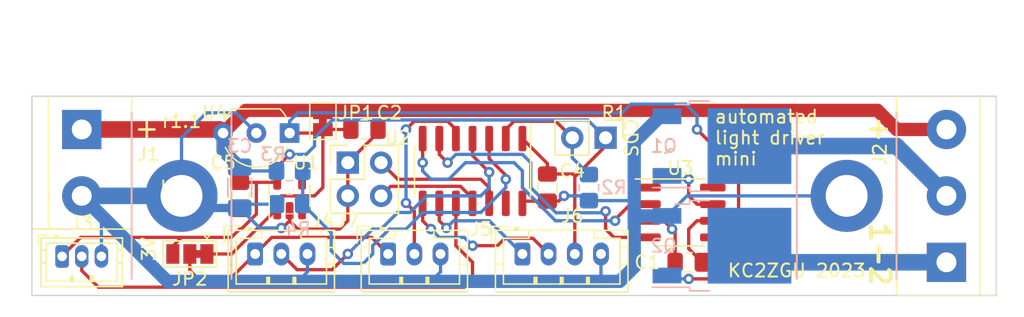
<source format=kicad_pcb>
(kicad_pcb (version 20221018) (generator pcbnew)
  (layers (0 "F.Cu" signal) (31 "B.Cu" signal) (34 "B.Paste" user) (35 "F.Paste" user) (36 "B.SilkS" user "B.Silkscreen") (37 "F.SilkS" user "F.Silkscreen") (38 "B.Mask" user) (39 "F.Mask" user) (44 "Edge.Cuts" user))
  (net 0 "")
  (net 1 "+5V")
  (net 2 "GND")
  (net 3 "+BATT")
  (net 4 "+3.3V")
  (net 5 "Net-(J2-Pin_1)")
  (net 6 "UPDI")
  (net 7 "Net-(J2-Pin_2)")
  (net 8 "Net-(J4-Pin_1)")
  (net 9 "Net-(J4-Pin_2)")
  (net 10 "Net-(J5-Pin_2)")
  (net 11 "PWM2")
  (net 12 "PWM1")
  (net 13 "Net-(Q1-G)")
  (net 14 "Net-(Q2-G)")
  (net 15 "CDS")
  (net 16 "SCL")
  (net 17 "SDA")
  (net 18 "IO1")
  (net 19 "IO0")
  (net 20 "Net-(U2-PA5)")
  (footprint "Capacitor_SMD:C_0805_2012Metric_Pad1.18x1.45mm_HandSolder" (layer "F.Cu") (at 116.845 57.785 -90)
    (fp_text reference "C4" (at -1.27 -1.9 180) (layer "F.SilkS"))
    (fp_text value "C")
    (pad "1" smd roundrect (at -1.0375 0 270) (size 1.175 1.45) (layers "F.Cu" "F.Paste" "F.Mask") (roundrect_rratio 0.2127659574) (net 4 "+3.3V"))
    (pad "2" smd roundrect (at 1.0375 0 270) (size 1.175 1.45) (layers "F.Cu" "F.Paste" "F.Mask") (roundrect_rratio 0.2127659574) (net 2 "GND"))
  )
  (footprint "Package_TO_SOT_THT:TO-92_Inline_Wide" (layer "F.Cu") (at 97.155 53.615 180)
    (fp_text reference "U4" (at 5.715 1.545 180) (layer "F.SilkS"))
    (fp_text value "L78L05_TO92")
    (pad "1" thru_hole rect (at 0 0 180) (size 1.5 1.5) (drill 0.8) (layers "*.Cu" "*.Mask") (net 1 "+5V"))
    (pad "2" thru_hole circle (at 2.54 0 180) (size 1.5 1.5) (drill 0.8) (layers "*.Cu" "*.Mask") (net 2 "GND"))
    (pad "3" thru_hole circle (at 5.08 0 180) (size 1.5 1.5) (drill 0.8) (layers "*.Cu" "*.Mask") (net 3 "+BATT"))
  )
  (footprint "Connector_JST:JST_PH_B3B-PH-K_1x03_P2.00mm_Vertical" (layer "F.Cu") (at 104.68 62.865)
    (fp_text reference "J5" (at 7.08 -1.905) (layer "F.SilkS"))
    (fp_text value "Conn_01x03_Male")
    (pad "1" thru_hole roundrect (at 0 0) (size 1.2 1.75) (drill 0.75) (layers "*.Cu" "*.Mask") (roundrect_rratio 0.2083333333) (net 8 "Net-(J4-Pin_1)"))
    (pad "2" thru_hole oval (at 2 0) (size 1.2 1.75) (drill 0.75) (layers "*.Cu" "*.Mask") (net 10 "Net-(J5-Pin_2)"))
    (pad "3" thru_hole oval (at 4 0) (size 1.2 1.75) (drill 0.75) (layers "*.Cu" "*.Mask") (net 2 "GND"))
  )
  (footprint "Jumper:SolderJumper-3_P1.3mm_Bridged12_Pad1.0x1.5mm" (layer "F.Cu") (at 89.535 62.865 180)
    (fp_text reference "JP2" (at 0 -1.905) (layer "F.SilkS"))
    (fp_text value "SolderJumper_3_Bridged12")
    (fp_poly (pts (xy -0.9 -0.3) (xy -0.4 -0.3) (xy -0.4 0.3) (xy -0.9 0.3)) (fill solid) (layer "F.Cu"))
    (pad "1" smd rect (at -1.3 0 180) (size 1 1.5) (layers "F.Cu" "F.Mask") (net 1 "+5V"))
    (pad "2" smd rect (at 0 0 180) (size 1 1.5) (layers "F.Cu" "F.Mask") (net 8 "Net-(J4-Pin_1)"))
    (pad "3" smd rect (at 1.3 0 180) (size 1 1.5) (layers "F.Cu" "F.Mask") (net 4 "+3.3V"))
  )
  (footprint "MountingHole:MountingHole_3.2mm_M3_ISO14580_Pad" (layer "F.Cu") (at 139.7 58.42)
    (fp_text reference "H1" (at 0 0) (layer "F.SilkS"))
    (fp_text value "MountingHole_Pad")
    (pad "1" thru_hole circle (at 0 0) (size 5.5 5.5) (drill 3.2) (layers "*.Cu" "*.Mask") (net 2 "GND"))
  )
  (footprint "Capacitor_SMD:C_0805_2012Metric_Pad1.18x1.45mm_HandSolder" (layer "F.Cu") (at 102.87 53.34)
    (fp_text reference "C2" (at 1.905 -1.27) (layer "F.SilkS"))
    (fp_text value "C")
    (pad "1" smd roundrect (at -1.0375 0) (size 1.175 1.45) (layers "F.Cu" "F.Paste" "F.Mask") (roundrect_rratio 0.2127659574) (net 1 "+5V"))
    (pad "2" smd roundrect (at 1.0375 0) (size 1.175 1.45) (layers "F.Cu" "F.Paste" "F.Mask") (roundrect_rratio 0.2127659574) (net 2 "GND"))
  )
  (footprint "TerminalBlock:TerminalBlock_bornier-3_P5.08mm" (layer "F.Cu") (at 147.32 63.5 90)
    (fp_text reference "J2" (at 8.255 -5.08 90) (layer "F.SilkS"))
    (fp_text value "Conn_01x03_Male")
    (pad "1" thru_hole rect (at 0 0 90) (size 3 3) (drill 1.52) (layers "*.Cu" "*.Mask") (net 5 "Net-(J2-Pin_1)"))
    (pad "2" thru_hole circle (at 5.08 0 90) (size 3 3) (drill 1.52) (layers "*.Cu" "*.Mask") (net 7 "Net-(J2-Pin_2)"))
    (pad "3" thru_hole circle (at 10.16 0 90) (size 3 3) (drill 1.52) (layers "*.Cu" "*.Mask") (net 3 "+BATT"))
  )
  (footprint "Package_TO_SOT_SMD:TSOT-23-5" (layer "F.Cu") (at 97.155 58.42 90)
    (fp_text reference "U1" (at 2.54 1.27 180) (layer "F.SilkS"))
    (fp_text value "ADP7142AUJZ-3.3")
    (pad "1" smd roundrect (at -1.1375 -0.95 90) (size 1.325 0.6) (layers "F.Cu" "F.Paste" "F.Mask") (net 1 "+5V"))
    (pad "2" smd roundrect (at -1.1375 0 90) (size 1.325 0.6) (layers "F.Cu" "F.Paste" "F.Mask") (net 2 "GND"))
    (pad "3" smd roundrect (at -1.1375 0.95 90) (size 1.325 0.6) (layers "F.Cu" "F.Paste" "F.Mask") (net 1 "+5V"))
    (pad "4" smd roundrect (at 1.1375 0.95 90) (size 1.325 0.6) (layers "F.Cu" "F.Paste" "F.Mask"))
    (pad "5" smd roundrect (at 1.1375 -0.95 90) (size 1.325 0.6) (layers "F.Cu" "F.Paste" "F.Mask") (net 4 "+3.3V"))
  )
  (footprint "TerminalBlock:TerminalBlock_bornier-2_P5.08mm" (layer "F.Cu") (at 81.28 53.34 -90)
    (fp_text reference "J1" (at 1.905 -5.08) (layer "F.SilkS"))
    (fp_text value "Conn_01x02_Male")
    (pad "1" thru_hole rect (at 0 0 270) (size 3 3) (drill 1.52) (layers "*.Cu" "*.Mask") (net 3 "+BATT"))
    (pad "2" thru_hole circle (at 5.08 0 270) (size 3 3) (drill 1.52) (layers "*.Cu" "*.Mask") (net 2 "GND"))
  )
  (footprint "footprints:JST_ZH_B3B-ZR_1x03_P1.50mm_Vertical" (layer "F.Cu") (at 79.78 63.05)
    (fp_text reference "J3" (at 1.5 -2.5) (layer "F.SilkS"))
    (fp_text value "Conn_01x03_Pin")
    (pad "1" thru_hole roundrect (at 0 0) (size 1.03 1.73) (drill 0.73) (layers "*.Cu" "*.Mask") (roundrect_rratio 0.242718) (net 4 "+3.3V"))
    (pad "2" thru_hole oval (at 1.5 0) (size 1.03 1.73) (drill 0.73) (layers "*.Cu" "*.Mask") (net 6 "UPDI"))
    (pad "3" thru_hole oval (at 3 0) (size 1.03 1.73) (drill 0.73) (layers "*.Cu" "*.Mask") (net 2 "GND"))
  )
  (footprint "Connector_JST:JST_PH_B4B-PH-K_1x04_P2.00mm_Vertical" (layer "F.Cu") (at 114.935 62.865)
    (fp_text reference "J6" (at 3.81 -2.9) (layer "F.SilkS"))
    (fp_text value "Conn_01x04_Male")
    (pad "1" thru_hole roundrect (at 0 0) (size 1.2 1.75) (drill 0.75) (layers "*.Cu" "*.Mask") (roundrect_rratio 0.2083333333) (net 16 "SCL"))
    (pad "2" thru_hole oval (at 2 0) (size 1.2 1.75) (drill 0.75) (layers "*.Cu" "*.Mask") (net 17 "SDA"))
    (pad "3" thru_hole oval (at 4 0) (size 1.2 1.75) (drill 0.75) (layers "*.Cu" "*.Mask") (net 4 "+3.3V"))
    (pad "4" thru_hole oval (at 6 0) (size 1.2 1.75) (drill 0.75) (layers "*.Cu" "*.Mask") (net 2 "GND"))
  )
  (footprint "Connector_JST:JST_PH_B3B-PH-K_1x03_P2.00mm_Vertical" (layer "F.Cu") (at 94.52 62.865)
    (fp_text reference "J4" (at 5.175 -2.54) (layer "F.SilkS"))
    (fp_text value "Conn_01x03_Male")
    (pad "1" thru_hole roundrect (at 0 0) (size 1.2 1.75) (drill 0.75) (layers "*.Cu" "*.Mask") (roundrect_rratio 0.2083333333) (net 8 "Net-(J4-Pin_1)"))
    (pad "2" thru_hole oval (at 2 0) (size 1.2 1.75) (drill 0.75) (layers "*.Cu" "*.Mask") (net 9 "Net-(J4-Pin_2)"))
    (pad "3" thru_hole oval (at 4 0) (size 1.2 1.75) (drill 0.75) (layers "*.Cu" "*.Mask") (net 2 "GND"))
  )
  (footprint "MountingHole:MountingHole_3.2mm_M3_ISO14580_Pad" (layer "F.Cu") (at 88.9 58.42)
    (fp_text reference "H2" (at -0.635 -0.635) (layer "F.SilkS"))
    (fp_text value "MountingHole_Pad")
    (pad "1" thru_hole circle (at 0 0) (size 5.5 5.5) (drill 3.2) (layers "*.Cu" "*.Mask") (net 2 "GND"))
  )
  (footprint "Package_SO:SOIC-14_3.9x8.7mm_P1.27mm" (layer "F.Cu") (at 111.125 56.515 -90)
    (fp_text reference "U2" (at -2.54 5.715 180) (layer "F.SilkS"))
    (fp_text value "ATtiny804-SS")
    (pad "1" smd roundrect (at -2.475 -3.81 270) (size 1.95 0.6) (layers "F.Cu" "F.Paste" "F.Mask") (net 4 "+3.3V"))
    (pad "2" smd roundrect (at -2.475 -2.54 270) (size 1.95 0.6) (layers "F.Cu" "F.Paste" "F.Mask") (net 15 "CDS"))
    (pad "3" smd roundrect (at -2.475 -1.27 270) (size 1.95 0.6) (layers "F.Cu" "F.Paste" "F.Mask") (net 20 "Net-(U2-PA5)"))
    (pad "4" smd roundrect (at -2.475 0 270) (size 1.95 0.6) (layers "F.Cu" "F.Paste" "F.Mask") (net 9 "Net-(J4-Pin_2)"))
    (pad "5" smd roundrect (at -2.475 1.27 270) (size 1.95 0.6) (layers "F.Cu" "F.Paste" "F.Mask") (net 10 "Net-(J5-Pin_2)"))
    (pad "6" smd roundrect (at -2.475 2.54 270) (size 1.95 0.6) (layers "F.Cu" "F.Paste" "F.Mask") (net 11 "PWM2"))
    (pad "7" smd roundrect (at -2.475 3.81 270) (size 1.95 0.6) (layers "F.Cu" "F.Paste" "F.Mask") (net 12 "PWM1"))
    (pad "8" smd roundrect (at 2.475 3.81 270) (size 1.95 0.6) (layers "F.Cu" "F.Paste" "F.Mask") (net 17 "SDA"))
    (pad "9" smd roundrect (at 2.475 2.54 270) (size 1.95 0.6) (layers "F.Cu" "F.Paste" "F.Mask") (net 16 "SCL"))
    (pad "10" smd roundrect (at 2.475 1.27 270) (size 1.95 0.6) (layers "F.Cu" "F.Paste" "F.Mask") (net 6 "UPDI"))
    (pad "11" smd roundrect (at 2.475 0 270) (size 1.95 0.6) (layers "F.Cu" "F.Paste" "F.Mask") (net 19 "IO0"))
    (pad "12" smd roundrect (at 2.475 -1.27 270) (size 1.95 0.6) (layers "F.Cu" "F.Paste" "F.Mask") (net 18 "IO1"))
    (pad "13" smd roundrect (at 2.475 -2.54 270) (size 1.95 0.6) (layers "F.Cu" "F.Paste" "F.Mask"))
    (pad "14" smd roundrect (at 2.475 -3.81 270) (size 1.95 0.6) (layers "F.Cu" "F.Paste" "F.Mask") (net 2 "GND"))
  )
  (footprint "Package_SO:SOIC-8_3.9x4.9mm_P1.27mm" (layer "F.Cu") (at 127 59.69)
    (fp_text reference "U3" (at 0 -3.4) (layer "F.SilkS"))
    (fp_text value "MIC4427")
    (pad "1" smd roundrect (at -2.475 -1.905) (size 1.95 0.6) (layers "F.Cu" "F.Paste" "F.Mask"))
    (pad "2" smd roundrect (at -2.475 -0.635) (size 1.95 0.6) (layers "F.Cu" "F.Paste" "F.Mask") (net 12 "PWM1"))
    (pad "3" smd roundrect (at -2.475 0.635) (size 1.95 0.6) (layers "F.Cu" "F.Paste" "F.Mask") (net 2 "GND"))
    (pad "4" smd roundrect (at -2.475 1.905) (size 1.95 0.6) (layers "F.Cu" "F.Paste" "F.Mask") (net 11 "PWM2"))
    (pad "5" smd roundrect (at 2.475 1.905) (size 1.95 0.6) (layers "F.Cu" "F.Paste" "F.Mask") (net 14 "Net-(Q2-G)"))
    (pad "6" smd roundrect (at 2.475 0.635) (size 1.95 0.6) (layers "F.Cu" "F.Paste" "F.Mask") (net 1 "+5V"))
    (pad "7" smd roundrect (at 2.475 -0.635) (size 1.95 0.6) (layers "F.Cu" "F.Paste" "F.Mask") (net 13 "Net-(Q1-G)"))
    (pad "8" smd roundrect (at 2.475 -1.905) (size 1.95 0.6) (layers "F.Cu" "F.Paste" "F.Mask"))
  )
  (footprint "Capacitor_SMD:C_0805_2012Metric_Pad1.18x1.45mm_HandSolder" (layer "F.Cu") (at 93.345 58.42 -90)
    (fp_text reference "C5" (at -2.54 1.27 -180) (layer "F.SilkS"))
    (fp_text value "C")
    (pad "1" smd roundrect (at -1.0375 0 270) (size 1.175 1.45) (layers "F.Cu" "F.Paste" "F.Mask") (roundrect_rratio 0.212766) (net 4 "+3.3V"))
    (pad "2" smd roundrect (at 1.0375 0 270) (size 1.175 1.45) (layers "F.Cu" "F.Paste" "F.Mask") (roundrect_rratio 0.212766) (net 2 "GND"))
  )
  (footprint "Capacitor_SMD:C_0805_2012Metric_Pad1.18x1.45mm_HandSolder" (layer "F.Cu") (at 127.635 63.5 180)
    (fp_text reference "C1" (at 3.175 0) (layer "F.SilkS"))
    (fp_text value "C")
    (pad "1" smd roundrect (at -1.0375 0 180) (size 1.175 1.45) (layers "F.Cu" "F.Paste" "F.Mask") (roundrect_rratio 0.2127659574) (net 1 "+5V"))
    (pad "2" smd roundrect (at 1.0375 0 180) (size 1.175 1.45) (layers "F.Cu" "F.Paste" "F.Mask") (roundrect_rratio 0.2127659574) (net 2 "GND"))
  )
  (footprint "Connector_PinHeader_2.54mm:PinHeader_1x02_P2.54mm_Vertical" (layer "F.Cu") (at 121.285 53.975 -90)
    (fp_text reference "R1" (at -1.905 -0.665 180) (layer "F.SilkS"))
    (fp_text value "R_Photo")
    (pad "1" thru_hole rect (at 0 0 270) (size 1.7 1.7) (drill 1) (layers "*.Cu" "*.Mask") (net 4 "+3.3V"))
    (pad "2" thru_hole oval (at 0 2.54 270) (size 1.7 1.7) (drill 1) (layers "*.Cu" "*.Mask") (net 15 "CDS"))
  )
  (footprint "Jumper:SolderJumper-2_P1.3mm_Bridged_Pad1.0x1.5mm" (layer "F.Cu") (at 99.695 52.705 -90)
    (fp_text reference "JP1" (at -0.635 -2.54 -180) (layer "F.SilkS"))
    (fp_text value "SolderJumper_2_Bridged")
    (fp_poly (pts (xy -0.25 -0.3) (xy 0.25 -0.3) (xy 0.25 0.3) (xy -0.25 0.3)) (fill solid) (layer "F.Cu"))
    (pad "1" smd rect (at -0.65 0 270) (size 1 1.5) (layers "F.Cu" "F.Mask") (net 3 "+BATT"))
    (pad "2" smd rect (at 0.65 0 270) (size 1 1.5) (layers "F.Cu" "F.Mask") (net 1 "+5V"))
  )
  (footprint "Connector_PinHeader_2.54mm:PinHeader_2x02_P2.54mm_Vertical" (layer "F.Cu") (at 101.6 55.88)
    (fp_text reference "J7" (at 0 4.445) (layer "F.SilkS"))
    (fp_text value "Conn_01x04_Male")
    (pad "1" thru_hole rect (at 0 0) (size 1.7 1.7) (drill 1) (layers "*.Cu" "*.Mask") (net 2 "GND"))
    (pad "2" thru_hole oval (at 2.54 0) (size 1.7 1.7) (drill 1) (layers "*.Cu" "*.Mask") (net 18 "IO1"))
    (pad "3" thru_hole oval (at 0 2.54) (size 1.7 1.7) (drill 1) (layers "*.Cu" "*.Mask") (net 2 "GND"))
    (pad "4" thru_hole oval (at 2.54 2.54) (size 1.7 1.7) (drill 1) (layers "*.Cu" "*.Mask") (net 19 "IO0"))
  )
  (footprint "Package_TO_SOT_SMD:TO-252-2" (layer "B.Cu") (at 130.175 62.23)
    (fp_text reference "Q2" (at -4.445 0) (layer "B.SilkS") (effects (justify mirror)))
    (fp_text value "Q_NMOS_GDS")
    (pad "1" smd rect (at -4.2 2.28) (size 2.2 1.2) (layers "B.Cu" "B.Paste" "B.Mask") (net 14 "Net-(Q2-G)"))
    (pad "2" smd rect (at 2.1 0) (size 6.4 5.8) (layers "B.Cu" "B.Mask") (net 5 "Net-(J2-Pin_1)"))
    (pad "3" smd rect (at -4.2 -2.28) (size 2.2 1.2) (layers "B.Cu" "B.Paste" "B.Mask") (net 2 "GND"))
  )
  (footprint "Resistor_SMD:R_0805_2012Metric_Pad1.20x1.40mm_HandSolder" (layer "B.Cu") (at 97.155 56.515)
    (fp_text reference "R3" (at -1.27 -1.27) (layer "B.SilkS") (effects (justify mirror)))
    (fp_text value "R_US")
    (pad "1" smd roundrect (at -1 0) (size 1.2 1.4) (layers "B.Cu" "B.Paste" "B.Mask") (roundrect_rratio 0.2083333333) (net 3 "+BATT"))
    (pad "2" smd roundrect (at 1 0) (size 1.2 1.4) (layers "B.Cu" "B.Paste" "B.Mask") (roundrect_rratio 0.2083333333) (net 20 "Net-(U2-PA5)"))
  )
  (footprint "Resistor_SMD:R_0805_2012Metric_Pad1.20x1.40mm_HandSolder" (layer "B.Cu") (at 97.155 59.055 180)
    (fp_text reference "R4" (at -0.635 -1.905) (layer "B.SilkS") (effects (justify mirror)))
    (fp_text value "R_US")
    (pad "1" smd roundrect (at -1 0 180) (size 1.2 1.4) (layers "B.Cu" "B.Paste" "B.Mask") (roundrect_rratio 0.2083333333) (net 20 "Net-(U2-PA5)"))
    (pad "2" smd roundrect (at 1 0 180) (size 1.2 1.4) (layers "B.Cu" "B.Paste" "B.Mask") (roundrect_rratio 0.2083333333) (net 2 "GND"))
  )
  (footprint "Package_TO_SOT_SMD:TO-252-2" (layer "B.Cu") (at 130.175 54.61)
    (fp_text reference "Q1" (at -4.445 0) (layer "B.SilkS") (effects (justify mirror)))
    (fp_text value "Q_NMOS_GDS")
    (pad "1" smd rect (at -4.2 2.28) (size 2.2 1.2) (layers "B.Cu" "B.Paste" "B.Mask") (net 13 "Net-(Q1-G)"))
    (pad "2" smd rect (at 2.1 0) (size 6.4 5.8) (layers "B.Cu" "B.Mask") (net 7 "Net-(J2-Pin_2)"))
    (pad "3" smd rect (at -4.2 -2.28) (size 2.2 1.2) (layers "B.Cu" "B.Paste" "B.Mask") (net 2 "GND"))
  )
  (footprint "Resistor_SMD:R_0805_2012Metric_Pad1.20x1.40mm_HandSolder" (layer "B.Cu") (at 120.015 57.785 -90)
    (fp_text reference "R2" (at 0 -1.905 180) (layer "B.SilkS") (effects (justify mirror)))
    (fp_text value "R_US")
    (pad "1" smd roundrect (at -1 0 270) (size 1.2 1.4) (layers "B.Cu" "B.Paste" "B.Mask") (roundrect_rratio 0.2083333333) (net 15 "CDS"))
    (pad "2" smd roundrect (at 1 0 270) (size 1.2 1.4) (layers "B.Cu" "B.Paste" "B.Mask") (roundrect_rratio 0.2083333333) (net 2 "GND"))
  )
  (footprint "Capacitor_SMD:C_1206_3216Metric_Pad1.33x1.80mm_HandSolder" (layer "B.Cu") (at 93.345 57.785 -90)
    (fp_text reference "C3" (at -3.175 0) (layer "B.SilkS") (effects (justify mirror)))
    (fp_text value "C")
    (pad "1" smd roundrect (at -1.5625 0 270) (size 1.325 1.8) (layers "B.Cu" "B.Paste" "B.Mask") (roundrect_rratio 0.1886792453) (net 3 "+BATT"))
    (pad "2" smd roundrect (at 1.5625 0 270) (size 1.325 1.8) (layers "B.Cu" "B.Paste" "B.Mask") (roundrect_rratio 0.1886792453) (net 2 "GND"))
  )
  (gr_line (start 135.89 52.07) (end 135.89 64.77) (stroke (width 0.15)) (layer "B.SilkS"))
  (gr_line (start 92.71 52.07) (end 92.71 64.77) (stroke (width 0.15)) (layer "B.SilkS"))
  (gr_line (start 85.09 52.07) (end 85.09 64.77) (stroke (width 0.15)) (layer "B.SilkS"))
  (gr_line (start 143.51 52.07) (end 143.51 64.77) (stroke (width 0.15)) (layer "B.SilkS"))
  (gr_rect (start 77.475 50.8) (end 151.135 66.04) (stroke (width 0.1)) (fill none) (layer "Edge.Cuts"))
  (gr_text "CDS" (at 123.19 53.975 270) (layer "F.SilkS") (effects (font (size 1 1))))
  (gr_text "3V" (at 86.995 63.5 90) (layer "F.SilkS") (effects (font (size 1 1)) (justify left bottom)))
  (gr_text "KC2ZGU 2023" (at 135.89 64.135) (layer "F.SilkS") (effects (font (size 1 1))))
  (gr_text "+" (at 142.24 53.34 270) (layer "F.SilkS") (effects (font (size 1.524 1.524) (thickness 0.3048) bold)))
  (gr_text "automated\nlight driver\nmini" (at 129.54 53.975) (layer "F.SilkS") (effects (font (size 1 1)) (justify left)))
  (gr_text "1-2" (at 142.24 62.865 270) (layer "F.SilkS") (effects (font (size 1.524 1.524) (thickness 0.3048) bold)))
  (gr_text "r1.1" (at 88.9 52.705) (layer "F.SilkS") (effects (font (size 1 1))))
  (gr_text "+" (at 86.36 53.34 270) (layer "F.SilkS") (effects (font (size 1.524 1.524) (thickness 0.2) bold)))
  (segment (start 92.731827 62.865) (end 96.039327 59.5575) (width 0.25) (layer "F.Cu") (net 1))
  (segment (start 101.8325 53.34) (end 99.71 53.34) (width 0.25) (layer "F.Cu") (net 1))
  (segment (start 97.155 53.615) (end 99.435 53.615) (width 0.25) (layer "F.Cu") (net 1))
  (segment (start 129.475 60.325) (end 130.81 60.325) (width 0.254) (layer "F.Cu") (net 1))
  (segment (start 99.695 57.785) (end 99.06 58.42) (width 0.25) (layer "F.Cu") (net 1))
  (segment (start 127.635 62.4625) (end 127.635 60.96) (width 0.254) (layer "F.Cu") (net 1))
  (segment (start 98.105 59.5575) (end 98.105 58.74) (width 0.25) (layer "F.Cu") (net 1))
  (segment (start 99.435 53.615) (end 99.695 53.355) (width 0.25) (layer "F.Cu") (net 1))
  (segment (start 129.475 60.325) (end 130.175 60.325) (width 0.254) (layer "F.Cu") (net 1))
  (segment (start 96.039327 59.5575) (end 96.205 59.5575) (width 0.25) (layer "F.Cu") (net 1))
  (segment (start 131.445 59.69) (end 131.445 56.515) (width 0.254) (layer "F.Cu") (net 1))
  (segment (start 96.205 59.5575) (end 96.205 58.735) (width 0.25) (layer "F.Cu") (net 1))
  (segment (start 96.205 58.735) (end 96.52 58.42) (width 0.25) (layer "F.Cu") (net 1))
  (segment (start 131.445 56.515) (end 128.27 53.34) (width 0.254) (layer "F.Cu") (net 1))
  (segment (start 99.71 53.34) (end 99.695 53.355) (width 0.25) (layer "F.Cu") (net 1))
  (segment (start 128.27 60.325) (end 129.475 60.325) (width 0.254) (layer "F.Cu") (net 1))
  (segment (start 98.105 58.74) (end 98.425 58.42) (width 0.25) (layer "F.Cu") (net 1))
  (segment (start 90.835 62.865) (end 92.731827 62.865) (width 0.25) (layer "F.Cu") (net 1))
  (segment (start 98.425 58.42) (end 99.06 58.42) (width 0.25) (layer "F.Cu") (net 1))
  (segment (start 127.635 60.96) (end 128.27 60.325) (width 0.254) (layer "F.Cu") (net 1))
  (segment (start 130.81 60.325) (end 131.445 59.69) (width 0.254) (layer "F.Cu") (net 1))
  (segment (start 99.695 53.355) (end 99.695 57.785) (width 0.25) (layer "F.Cu") (net 1))
  (segment (start 128.6725 63.5) (end 127.635 62.4625) (width 0.254) (layer "F.Cu") (net 1))
  (segment (start 96.52 58.42) (end 98.425 58.42) (width 0.25) (layer "F.Cu") (net 1))
  (via (at 128.27 53.34) (size 0.8) (drill 0.4) (layers "F.Cu" "B.Cu") (net 1))
  (segment (start 128.27 53.34) (end 128.27 52.271) (width 0.254) (layer "B.Cu") (net 1))
  (segment (start 97.79 52.07) (end 122.555 52.07) (width 0.25) (layer "B.Cu") (net 1))
  (segment (start 128.27 52.271) (end 127.402 51.403) (width 0.254) (layer "B.Cu") (net 1))
  (segment (start 97.155 52.705) (end 97.79 52.07) (width 0.25) (layer "B.Cu") (net 1))
  (segment (start 123.222 51.403) (end 127.402 51.403) (width 0.25) (layer "B.Cu") (net 1))
  (segment (start 97.155 53.615) (end 97.155 52.705) (width 0.25) (layer "B.Cu") (net 1))
  (segment (start 122.555 52.07) (end 123.222 51.403) (width 0.25) (layer "B.Cu") (net 1))
  (segment (start 97.155 59.5575) (end 97.155 60.325) (width 0.25) (layer "F.Cu") (net 2))
  (segment (start 115.1025 58.8225) (end 114.935 58.99) (width 0.254) (layer "F.Cu") (net 2))
  (segment (start 103.9075 53.34) (end 103.9075 53.5725) (width 0.25) (layer "F.Cu") (net 2))
  (segment (start 97.155 60.325) (end 97.79 60.96) (width 0.25) (layer "F.Cu") (net 2))
  (segment (start 117.7075 58.8225) (end 118.11 58.42) (width 0.254) (layer "F.Cu") (net 2))
  (segment (start 116.845 58.8225) (end 115.1025 58.8225) (width 0.254) (layer "F.Cu") (net 2))
  (segment (start 126.5975 61.1925) (end 126.365 60.96) (width 0.254) (layer "F.Cu") (net 2))
  (segment (start 97.79 60.96) (end 100.965 60.96) (width 0.25) (layer "F.Cu") (net 2))
  (segment (start 126.5975 63.5) (end 126.5975 61.1925) (width 0.254) (layer "F.Cu") (net 2))
  (segment (start 103.9075 53.5725) (end 101.6 55.88) (width 0.25) (layer "F.Cu") (net 2))
  (segment (start 89.9375 59.4575) (end 88.9 58.42) (width 0.25) (layer "F.Cu") (net 2))
  (segment (start 101.6 60.325) (end 101.6 58.42) (width 0.25) (layer "F.Cu") (net 2))
  (segment (start 125.73 60.325) (end 126.365 60.96) (width 0.254) (layer "F.Cu") (net 2))
  (segment (start 124.525 60.325) (end 125.73 60.325) (width 0.254) (layer "F.Cu") (net 2))
  (segment (start 96.6095 60.8705) (end 96.52 60.8705) (width 0.25) (layer "F.Cu") (net 2))
  (segment (start 93.345 59.4575) (end 89.9375 59.4575) (width 0.25) (layer "F.Cu") (net 2))
  (segment (start 116.845 58.8225) (end 117.7075 58.8225) (width 0.254) (layer "F.Cu") (net 2))
  (segment (start 100.965 60.96) (end 101.6 60.325) (width 0.25) (layer "F.Cu") (net 2))
  (segment (start 97.155 60.325) (end 96.6095 60.8705) (width 0.25) (layer "F.Cu") (net 2))
  (segment (start 101.6 58.42) (end 101.6 55.88) (width 0.25) (layer "F.Cu") (net 2))
  (via (at 118.11 58.42) (size 0.8) (drill 0.4) (layers "F.Cu" "B.Cu") (net 2))
  (via (at 126.365 60.96) (size 0.8) (drill 0.4) (layers "F.Cu" "B.Cu") (net 2))
  (via (at 96.52 60.8705) (size 0.8) (drill 0.4) (layers "F.Cu" "B.Cu") (net 2))
  (segment (start 88.9 58.42) (end 81.28 58.42) (width 1.27) (layer "B.Cu") (net 2))
  (segment (start 98.52 62.865) (end 98.52 64.2305) (width 0.25) (layer "B.Cu") (net 2))
  (segment (start 123.4725 63.8525) (end 122.3645 64.9605) (width 1.016) (layer "B.Cu") (net 2))
  (segment (start 123.8475 59.95) (end 125.975 59.95) (width 1.016) (layer "B.Cu") (net 2))
  (segment (start 93.345 59.3475) (end 89.8275 59.3475) (width 0.635) (layer "B.Cu") (net 2))
  (segment (start 82.78 63.05) (end 82.78 59.92) (width 0.25) (layer "B.Cu") (net 2))
  (segment (start 96.155 59.055) (end 93.6375 59.055) (width 0.25) (layer "B.Cu") (net 2))
  (segment (start 125.975 52.33) (end 125.47 52.33) (width 0.635) (layer "B.Cu") (net 2))
  (segment (start 93.345 59.3475) (end 93.6875 59.3475) (width 0.635) (layer "B.Cu") (net 2))
  (segment (start 123.4725 60.325) (end 123.4725 63.8525) (width 1.016) (layer "B.Cu") (net 2))
  (segment (start 87.8205 64.9605) (end 81.28 58.42) (width 1.016) (layer "B.Cu") (net 2))
  (segment (start 96.52 60.8705) (end 94.868 60.8705) (width 0.25) (layer "B.Cu") (net 2))
  (segment (start 127.505 58.42) (end 125.975 59.95) (width 0.254) (layer "B.Cu") (net 2))
  (segment (start 120.015 58.785) (end 123.555 58.785) (width 0.254) (layer "B.Cu") (net 2))
  (segment (start 89.8275 59.3475) (end 88.9 58.42) (width 0.635) (layer "B.Cu") (net 2))
  (segment (start 120.935 62.865) (end 120.935 64.6105) (width 0.25) (layer "B.Cu") (net 2))
  (segment (start 139.7 58.42) (end 127.505 58.42) (width 0.254) (layer "B.Cu") (net 2))
  (segment (start 94.868 60.8705) (end 93.345 59.3475) (width 0.25) (layer "B.Cu") (net 2))
  (segment (start 108.68 62.865) (end 108.68 64.2305) (width 0.25) (layer "B.Cu") (net 2))
  (segment (start 126.365 60.96) (end 126.365 60.34) (width 0.254) (layer "B.Cu") (net 2))
  (segment (start 126.365 60.34) (end 125.975 59.95) (width 0.254) (layer "B.Cu") (net 2))
  (segment (start 119.65 58.42) (end 120.015 58.785) (width 0.254) (layer "B.Cu") (net 2))
  (segment (start 125.47 52.33) (end 123.4725 54.3275) (width 1.016) (layer "B.Cu") (net 2))
  (segment (start 122.3645 64.9605) (end 121.285 64.9605) (width 1.016) (layer "B.Cu") (net 2))
  (segment (start 123.4725 60.325) (end 123.8475 59.95) (width 1.016) (layer "B.Cu") (net 2))
  (segment (start 108.68 64.2305) (end 107.95 64.9605) (width 0.25) (layer "B.Cu") (net 2))
  (segment (start 125.475 52.33) (end 125.975 52.33) (width 0.635) (layer "B.Cu") (net 2))
  (segment (start 123.4725 54.3275) (end 123.4725 60.325) (width 1.016) (layer "B.Cu") (net 2))
  (segment (start 118.11 58.42) (end 119.65 58.42) (width 0.254) (layer "B.Cu") (net 2))
  (segment (start 97.79 64.9605) (end 87.8205 64.9605) (width 1.016) (layer "B.Cu") (net 2))
  (segment (start 93.6375 59.055) (end 93.345 59.3475) (width 0.25) (layer "B.Cu") (net 2))
  (segment (start 93.07 52.07) (end 90.805 52.07) (width 0.25) (layer "B.Cu") (net 2))
  (segment (start 121.285 64.9605) (end 107.95 64.9605) (width 1.016) (layer "B.Cu") (net 2))
  (segment (start 107.95 64.9605) (end 97.79 64.9605) (width 1.016) (layer "B.Cu") (net 2))
  (segment (start 94.615 53.615) (end 93.07 52.07) (width 0.25) (layer "B.Cu") (net 2))
  (segment (start 88.9 53.975) (end 88.9 58.42) (width 0.25) (layer "B.Cu") (net 2))
  (segment (start 90.805 52.07) (end 88.9 53.975) (width 0.25) (layer "B.Cu") (net 2))
  (segment (start 98.52 64.2305) (end 97.79 64.9605) (width 0.25) (layer "B.Cu") (net 2))
  (segment (start 120.935 64.6105) (end 121.285 64.9605) (width 0.25) (layer "B.Cu") (net 2))
  (segment (start 91.8 53.34) (end 92.075 53.615) (width 1.27) (layer "F.Cu") (net 3))
  (segment (start 132.08 51.8795) (end 93.8105 51.8795) (width 1.016) (layer "F.Cu") (net 3))
  (segment (start 93.8105 51.8795) (end 92.075 53.615) (width 1.016) (layer "F.Cu") (net 3))
  (segment (start 81.28 53.34) (end 91.8 53.34) (width 1.27) (layer "F.Cu") (net 3))
  (segment (start 142.0495 51.8795) (end 132.08 51.8795) (width 1.016) (layer "F.Cu") (net 3))
  (segment (start 143.51 53.34) (end 142.0495 51.8795) (width 1.016) (layer "F.Cu") (net 3))
  (segment (start 147.32 53.34) (end 143.51 53.34) (width 1.016) (layer "F.Cu") (net 3))
  (segment (start 93.6375 56.515) (end 93.345 56.2225) (width 0.25) (layer "B.Cu") (net 3))
  (segment (start 92.075 53.615) (end 92.075 54.9525) (width 1.016) (layer "B.Cu") (net 3))
  (segment (start 96.155 56.515) (end 93.6375 56.515) (width 0.25) (layer "B.Cu") (net 3))
  (segment (start 92.075 54.9525) (end 93.345 56.2225) (width 1.016) (layer "B.Cu") (net 3))
  (segment (start 96.105 57.3825) (end 96.205 57.2825) (width 0.25) (layer "F.Cu") (net 4))
  (segment (start 96.205 57.2825) (end 96.205 56.195) (width 0.25) (layer "F.Cu") (net 4))
  (segment (start 88.235 62.26) (end 88.9 61.595) (width 0.25) (layer "F.Cu") (net 4))
  (segment (start 93.345 60.96) (end 93.468173 60.96) (width 0.25) (layer "F.Cu") (net 4))
  (segment (start 119.1475 56.7475) (end 116.845 56.7475) (width 0.254) (layer "F.Cu") (net 4))
  (segment (start 79.78 63.012061) (end 79.78 63.05) (width 0.25) (layer "F.Cu") (net 4))
  (segment (start 94.615 57.3825) (end 96.105 57.3825) (width 0.25) (layer "F.Cu") (net 4))
  (segment (start 94.615 59.813173) (end 94.615 57.3825) (width 0.25) (layer "F.Cu") (net 4))
  (segment (start 88.235 62.865) (end 88.235 62.26) (width 0.25) (layer "F.Cu") (net 4))
  (segment (start 92.71 61.595) (end 93.345 60.96) (width 0.25) (layer "F.Cu") (net 4))
  (segment (start 93.345 57.3825) (end 94.615 57.3825) (width 0.25) (layer "F.Cu") (net 4))
  (segment (start 121.285 53.975) (end 121.285 54.61) (width 0.254) (layer "F.Cu") (net 4))
  (segment (start 116.845 56.7475) (end 116.845 55.95) (width 0.254) (layer "F.Cu") (net 4))
  (segment (start 88.9 61.595) (end 92.71 61.595) (width 0.25) (layer "F.Cu") (net 4))
  (segment (start 88.9 61.595) (end 81.197061 61.595) (width 0.25) (layer "F.Cu") (net 4))
  (segment (start 81.197061 61.595) (end 79.78 63.012061) (width 0.25) (layer "F.Cu") (net 4))
  (segment (start 96.205 56.195) (end 97.155 55.245) (width 0.25) (layer "F.Cu") (net 4))
  (segment (start 118.935 56.96) (end 118.935 62.865) (width 0.254) (layer "F.Cu") (net 4))
  (segment (start 116.845 55.95) (end 114.935 54.04) (width 0.254) (layer "F.Cu") (net 4))
  (segment (start 119.1475 56.7475) (end 118.935 56.96) (width 0.254) (layer "F.Cu") (net 4))
  (segment (start 121.285 54.61) (end 119.1475 56.7475) (width 0.254) (layer "F.Cu") (net 4))
  (segment (start 93.468173 60.96) (end 94.615 59.813173) (width 0.25) (layer "F.Cu") (net 4))
  (via (at 97.155 55.245) (size 0.8) (drill 0.4) (layers "F.Cu" "B.Cu") (net 4))
  (segment (start 99.06 54.61) (end 99.06 53.975) (width 0.25) (layer "B.Cu") (net 4))
  (segment (start 99.06 53.975) (end 100.42 52.615) (width 0.25) (layer "B.Cu") (net 4))
  (segment (start 98.425 55.245) (end 99.06 54.61) (width 0.25) (layer "B.Cu") (net 4))
  (segment (start 100.42 52.615) (end 119.925 52.615) (width 0.25) (layer "B.Cu") (net 4))
  (segment (start 119.925 52.615) (end 121.285 53.975) (width 0.25) (layer "B.Cu") (net 4))
  (segment (start 97.155 55.245) (end 98.425 55.245) (width 0.25) (layer "B.Cu") (net 4))
  (segment (start 147.32 63.5) (end 133.545 63.5) (width 1.27) (layer "B.Cu") (net 5))
  (segment (start 133.545 63.5) (end 132.275 62.23) (width 0.635) (layer "B.Cu") (net 5))
  (segment (start 111.125 63.5) (end 111.125 64.77) (width 0.254) (layer "F.Cu") (net 6))
  (segment (start 109.855 58.99) (end 109.855 62.23) (width 0.254) (layer "F.Cu") (net 6))
  (segment (start 81.28 64.135) (end 82.55 65.405) (width 0.25) (layer "F.Cu") (net 6))
  (segment (start 109.855 62.23) (end 111.125 63.5) (width 0.254) (layer "F.Cu") (net 6))
  (segment (start 108.585 65.405) (end 87.01 65.405) (width 0.254) (layer "F.Cu") (net 6))
  (segment (start 81.28 63.05) (end 81.28 64.135) (width 0.25) (layer "F.Cu") (net 6))
  (segment (start 111.125 64.77) (end 110.49 65.405) (width 0.254) (layer "F.Cu") (net 6))
  (segment (start 82.55 65.405) (end 87.01 65.405) (width 0.25) (layer "F.Cu") (net 6))
  (segment (start 110.49 65.405) (end 108.585 65.405) (width 0.254) (layer "F.Cu") (net 6))
  (segment (start 143.51 54.61) (end 132.275 54.61) (width 1.27) (layer "B.Cu") (net 7))
  (segment (start 147.32 58.42) (end 143.51 54.61) (width 1.27) (layer "B.Cu") (net 7))
  (segment (start 104.68 62.865) (end 103.41 61.595) (width 0.25) (layer "F.Cu") (net 8))
  (segment (start 95.79 61.595) (end 94.52 62.865) (width 0.25) (layer "F.Cu") (net 8))
  (segment (start 89.535 64.135) (end 90.17 64.77) (width 0.25) (layer "F.Cu") (net 8))
  (segment (start 92.615 64.77) (end 94.52 62.865) (width 0.25) (layer "F.Cu") (net 8))
  (segment (start 103.41 61.595) (end 95.79 61.595) (width 0.25) (layer "F.Cu") (net 8))
  (segment (start 90.17 64.77) (end 92.615 64.77) (width 0.25) (layer "F.Cu") (net 8))
  (segment (start 89.535 62.865) (end 89.535 64.135) (width 0.25) (layer "F.Cu") (net 8))
  (segment (start 97.722 64.067) (end 100.398 64.067) (width 0.254) (layer "F.Cu") (net 9))
  (segment (start 96.52 62.865) (end 97.722 64.067) (width 0.254) (layer "F.Cu") (net 9))
  (segment (start 100.398 64.067) (end 101.6 62.865) (width 0.254) (layer "F.Cu") (net 9))
  (segment (start 111.125 55.3365) (end 112.395 56.6065) (width 0.254) (layer "F.Cu") (net 9))
  (segment (start 111.125 54.04) (end 111.125 55.3365) (width 0.254) (layer "F.Cu") (net 9))
  (via (at 112.395 56.6065) (size 0.8) (drill 0.4) (layers "F.Cu" "B.Cu") (net 9))
  (via (at 101.6 62.865) (size 0.8) (drill 0.4) (layers "F.Cu" "B.Cu") (net 9))
  (segment (start 105.41 59.69) (end 104.14 60.96) (width 0.254) (layer "B.Cu") (net 9))
  (segment (start 111.76 58.42) (end 112.395 57.785) (width 0.254) (layer "B.Cu") (net 9))
  (segment (start 112.395 56.6065) (end 112.395 57.785) (width 0.254) (layer "B.Cu") (net 9))
  (segment (start 105.41 59.69) (end 106.346634 59.69) (width 0.254) (layer "B.Cu") (net 9))
  (segment (start 101.6 62.865) (end 103.505 60.96) (width 0.25) (layer "B.Cu") (net 9))
  (segment (start 107.616634 58.42) (end 111.76 58.42) (width 0.254) (layer "B.Cu") (net 9))
  (segment (start 103.505 60.96) (end 104.14 60.96) (width 0.254) (layer "B.Cu") (net 9))
  (segment (start 106.346634 59.69) (end 107.616634 58.42) (width 0.254) (layer "B.Cu") (net 9))
  (segment (start 106.6705 52.7145) (end 106.045 53.34) (width 0.254) (layer "F.Cu") (net 10))
  (segment (start 106.045 58.9635) (end 106.68 59.5985) (width 0.254) (layer "F.Cu") (net 10))
  (segment (start 109.855 54.04) (end 109.855 53.34) (width 0.254) (layer "F.Cu") (net 10))
  (segment (start 106.68 59.5985) (end 106.68 62.865) (width 0.254) (layer "F.Cu") (net 10))
  (segment (start 109.2295 52.7145) (end 106.6705 52.7145) (width 0.254) (layer "F.Cu") (net 10))
  (segment (start 109.855 53.34) (end 109.2295 52.7145) (width 0.254) (layer "F.Cu") (net 10))
  (via (at 106.045 53.34) (size 0.8) (drill 0.4) (layers "F.Cu" "B.Cu") (net 10))
  (via (at 106.045 58.9635) (size 0.8) (drill 0.4) (layers "F.Cu" "B.Cu") (net 10))
  (segment (start 106.045 53.34) (end 106.045 58.9635) (width 0.254) (layer "B.Cu") (net 10))
  (segment (start 121.285 60.96) (end 121.92 61.595) (width 0.254) (layer "F.Cu") (net 11))
  (segment (start 108.585 55.245) (end 109.22 55.88) (width 0.254) (layer "F.Cu") (net 11))
  (segment (start 121.92 61.595) (end 124.525 61.595) (width 0.254) (layer "F.Cu") (net 11))
  (segment (start 108.585 54.04) (end 108.585 55.245) (width 0.254) (layer "F.Cu") (net 11))
  (segment (start 121.285 59.5985) (end 121.285 60.96) (width 0.254) (layer "F.Cu") (net 11))
  (via (at 109.22 55.88) (size 0.8) (drill 0.4) (layers "F.Cu" "B.Cu") (net 11))
  (via (at 121.285 59.5985) (size 0.8) (drill 0.4) (layers "F.Cu" "B.Cu") (net 11))
  (segment (start 115.57 57.785) (end 117.497 59.712) (width 0.254) (layer "B.Cu") (net 11))
  (segment (start 121.1715 59.712) (end 121.285 59.5985) (width 0.254) (layer "B.Cu") (net 11))
  (segment (start 118.767 59.712) (end 121.1715 59.712) (width 0.254) (layer "B.Cu") (net 11))
  (segment (start 109.22 55.88) (end 109.855 55.245) (width 0.254) (layer "B.Cu") (net 11))
  (segment (start 114.935 55.245) (end 115.57 55.88) (width 0.254) (layer "B.Cu") (net 11))
  (segment (start 117.497 59.712) (end 119.38 59.712) (width 0.254) (layer "B.Cu") (net 11))
  (segment (start 115.57 55.88) (end 115.57 57.785) (width 0.254) (layer "B.Cu") (net 11))
  (segment (start 109.855 55.245) (end 114.935 55.245) (width 0.254) (layer "B.Cu") (net 11))
  (segment (start 122.0115 60.2335) (end 122.0115 60.325) (width 0.254) (layer "F.Cu") (net 12))
  (segment (start 123.19 59.055) (end 124.525 59.055) (width 0.254) (layer "F.Cu") (net 12))
  (segment (start 107.315 54.04) (end 107.315 55.88) (width 0.254) (layer "F.Cu") (net 12))
  (segment (start 123.19 59.055) (end 122.0115 60.2335) (width 0.254) (layer "F.Cu") (net 12))
  (via (at 122.0115 60.325) (size 0.8) (drill 0.4) (layers "F.Cu" "B.Cu") (net 12))
  (via (at 107.315 55.88) (size 0.8) (drill 0.4) (layers "F.Cu" "B.Cu") (net 12))
  (segment (start 114.3 55.88) (end 110.5815 55.88) (width 0.254) (layer "B.Cu") (net 12))
  (segment (start 121.92 60.325) (end 117.467948 60.325) (width 0.254) (layer "B.Cu") (net 12))
  (segment (start 114.935 57.792052) (end 114.935 56.515) (width 0.254) (layer "B.Cu") (net 12))
  (segment (start 109.3115 57.15) (end 107.95 57.15) (width 0.254) (layer "B.Cu") (net 12))
  (segment (start 117.467948 60.325) (end 114.935 57.792052) (width 0.254) (layer "B.Cu") (net 12))
  (segment (start 107.315 56.515) (end 107.315 55.88) (width 0.254) (layer "B.Cu") (net 12))
  (segment (start 107.95 57.15) (end 107.315 56.515) (width 0.254) (layer "B.Cu") (net 12))
  (segment (start 114.935 56.515) (end 114.3 55.88) (width 0.254) (layer "B.Cu") (net 12))
  (segment (start 110.5815 55.88) (end 109.3115 57.15) (width 0.254) (layer "B.Cu") (net 12))
  (segment (start 129.475 59.055) (end 128.27 59.055) (width 0.254) (layer "F.Cu") (net 13))
  (segment (start 127.635 58.42) (end 127.635 57.15) (width 0.254) (layer "F.Cu") (net 13))
  (segment (start 128.27 59.055) (end 127.635 58.42) (width 0.254) (layer "F.Cu") (net 13))
  (via (at 127.635 57.15) (size 0.8) (drill 0.4) (layers "F.Cu" "B.Cu") (net 13))
  (segment (start 126.235 57.15) (end 125.975 56.89) (width 0.254) (layer "B.Cu") (net 13))
  (segment (start 127.635 57.15) (end 126.235 57.15) (width 0.254) (layer "B.Cu") (net 13))
  (segment (start 129.475 61.595) (end 129.54 61.595) (width 0.254) (layer "F.Cu") (net 14))
  (segment (start 129.54 61.595) (end 130.175 62.23) (width 0.254) (layer "F.Cu") (net 14))
  (segment (start 130.175 64.135) (end 129.54 64.77) (width 0.254) (layer "F.Cu") (net 14))
  (segment (start 130.175 62.23) (end 130.175 64.135) (width 0.254) (layer "F.Cu") (net 14))
  (segment (start 129.54 64.77) (end 127.635 64.77) (width 0.254) (layer "F.Cu") (net 14))
  (via (at 127.635 64.77) (size 0.8) (drill 0.4) (layers "F.Cu" "B.Cu") (net 14))
  (segment (start 127.635 64.77) (end 126.235 64.77) (width 0.254) (layer "B.Cu") (net 14))
  (segment (start 126.235 64.77) (end 125.975 64.51) (width 0.254) (layer "B.Cu") (net 14))
  (segment (start 114.2905 52.7145) (end 117.4845 52.7145) (width 0.254) (layer "F.Cu") (net 15))
  (segment (start 113.665 54.04) (end 113.665 53.34) (width 0.254) (layer "F.Cu") (net 15))
  (segment (start 117.4845 52.7145) (end 118.745 53.975) (width 0.254) (layer "F.Cu") (net 15))
  (segment (start 113.665 53.34) (end 114.2905 52.7145) (width 0.254) (layer "F.Cu") (net 15))
  (segment (start 118.745 53.975) (end 118.745 55.515) (width 0.254) (layer "B.Cu") (net 15))
  (segment (start 118.745 55.515) (end 120.015 56.785) (width 0.254) (layer "B.Cu") (net 15))
  (segment (start 108.585 58.99) (end 108.585 60.325) (width 0.254) (layer "F.Cu") (net 16))
  (segment (start 108.585 60.325) (end 109.1285 60.8685) (width 0.254) (layer "F.Cu") (net 16))
  (via (at 109.1285 60.8685) (size 0.8) (drill 0.4) (layers "F.Cu" "B.Cu") (net 16))
  (segment (start 109.672 60.325) (end 112.395 60.325) (width 0.254) (layer "B.Cu") (net 16))
  (segment (start 112.395 60.325) (end 114.935 62.865) (width 0.254) (layer "B.Cu") (net 16))
  (segment (start 109.1285 60.8685) (end 109.672 60.325) (width 0.254) (layer "B.Cu") (net 16))
  (segment (start 111.125 62.23) (end 113.03 62.23) (width 0.254) (layer "F.Cu") (net 17))
  (segment (start 107.315 58.99) (end 107.315 60.325) (width 0.254) (layer "F.Cu") (net 17))
  (segment (start 107.315 60.325) (end 107.95 60.96) (width 0.254) (layer "F.Cu") (net 17))
  (segment (start 113.597 61.663) (end 115.733 61.663) (width 0.254) (layer "F.Cu") (net 17))
  (segment (start 115.733 61.663) (end 116.935 62.865) (width 0.254) (layer "F.Cu") (net 17))
  (segment (start 113.03 62.23) (end 113.597 61.663) (width 0.254) (layer "F.Cu") (net 17))
  (via (at 107.95 60.96) (size 0.8) (drill 0.4) (layers "F.Cu" "B.Cu") (net 17))
  (via (at 111.125 62.23) (size 0.8) (drill 0.4) (layers "F.Cu" "B.Cu") (net 17))
  (segment (start 108.585 61.595) (end 110.49 61.595) (width 0.254) (layer "B.Cu") (net 17))
  (segment (start 107.95 60.96) (end 108.585 61.595) (width 0.254) (layer "B.Cu") (net 17))
  (segment (start 110.49 61.595) (end 111.125 62.23) (width 0.254) (layer "B.Cu") (net 17))
  (segment (start 111.76 57.15) (end 112.395 57.785) (width 0.254) (layer "F.Cu") (net 18))
  (segment (start 105.41 57.15) (end 111.76 57.15) (width 0.254) (layer "F.Cu") (net 18))
  (segment (start 104.14 55.88) (end 105.41 57.15) (width 0.254) (layer "F.Cu") (net 18))
  (segment (start 112.395 57.785) (end 112.395 58.99) (width 0.254) (layer "F.Cu") (net 18))
  (segment (start 111.125 58.99) (end 111.125 58.61042) (width 0.254) (layer "F.Cu") (net 19))
  (segment (start 104.872 57.688) (end 104.14 58.42) (width 0.254) (layer "F.Cu") (net 19))
  (segment (start 111.125 58.61042) (end 110.20258 57.688) (width 0.254) (layer "F.Cu") (net 19))
  (segment (start 110.20258 57.688) (end 104.872 57.688) (width 0.254) (layer "F.Cu") (net 19))
  (segment (start 112.395 54.04) (end 112.395 55.578366) (width 0.254) (layer "F.Cu") (net 20))
  (segment (start 112.395 55.578366) (end 113.665 56.848366) (width 0.254) (layer "F.Cu") (net 20))
  (segment (start 113.665 56.848366) (end 113.665 57.15) (width 0.254) (layer "F.Cu") (net 20))
  (via (at 113.665 57.15) (size 0.8) (drill 0.4) (layers "F.Cu" "B.Cu") (net 20))
  (segment (start 102.78 63.59) (end 103.505 62.865) (width 0.25) (layer "B.Cu") (net 20))
  (segment (start 103.505 62.23) (end 103.509225 62.23) (width 0.25) (layer "B.Cu") (net 20))
  (segment (start 100.33 61.23) (end 100.33 62.620305) (width 0.25) (layer "B.Cu") (net 20))
  (segment (start 98.155 56.515) (end 98.155 59.055) (width 0.25) (layer "B.Cu") (net 20))
  (segment (start 98.155 59.055) (end 100.33 61.23) (width 0.25) (layer "B.Cu") (net 20))
  (segment (start 113.665 57.785) (end 111.76 59.69) (width 0.254) (layer "B.Cu") (net 20))
  (segment (start 101.299695 63.59) (end 102.78 63.59) (width 0.25) (layer "B.Cu") (net 20))
  (segment (start 103.505 62.865) (end 103.505 62.23) (width 0.25) (layer "B.Cu") (net 20))
  (segment (start 106.045 60.96) (end 107.315 59.69) (width 0.25) (layer "B.Cu") (net 20))
  (segment (start 113.665 57.15) (end 113.665 57.785) (width 0.254) (layer "B.Cu") (net 20))
  (segment (start 104.779225 60.96) (end 106.045 60.96) (width 0.25) (layer "B.Cu") (net 20))
  (segment (start 100.33 62.620305) (end 101.299695 63.59) (width 0.25) (layer "B.Cu") (net 20))
  (segment (start 107.315 59.69) (end 111.76 59.69) (width 0.25) (layer "B.Cu") (net 20))
  (segment (start 103.509225 62.23) (end 104.779225 60.96) (width 0.25) (layer "B.Cu") (net 20))
)
</source>
